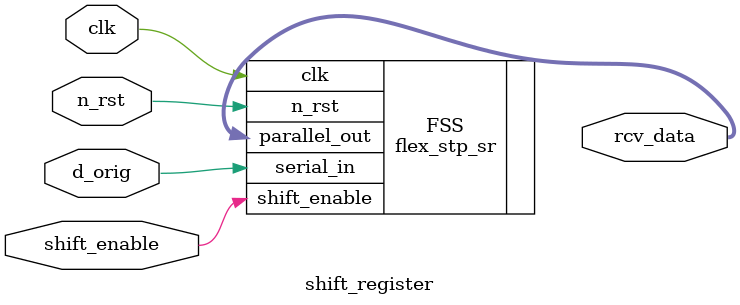
<source format=sv>

module shift_register
  (
   input wire 	     clk,
   input wire 	     n_rst,
   input wire 	     shift_enable,
   input wire 	     d_orig,
   output wire [7:0] rcv_data
   );

   flex_stp_sr #(.NUM_BITS(8), .SHIFT_MSB(0)) FSS
     (
      .clk(clk), 
      .n_rst(n_rst), 
      .shift_enable(shift_enable), 
      .serial_in(d_orig), 
      .parallel_out(rcv_data)
      );
   
endmodule // shift_register

</source>
